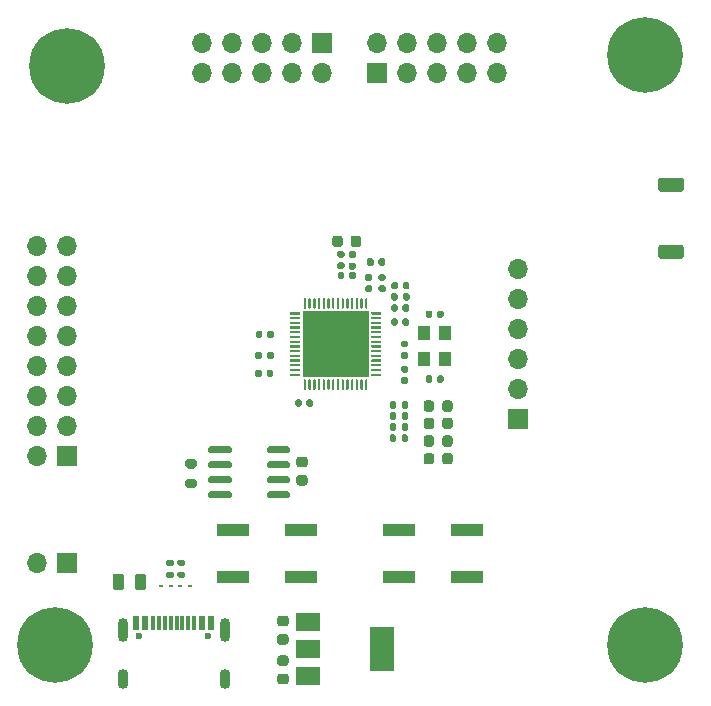
<source format=gbr>
%TF.GenerationSoftware,KiCad,Pcbnew,5.1.12-5.1.12*%
%TF.CreationDate,2022-01-03T06:20:25+08:00*%
%TF.ProjectId,esp32s2-openffb,65737033-3273-4322-9d6f-70656e666662,rev?*%
%TF.SameCoordinates,Original*%
%TF.FileFunction,Soldermask,Top*%
%TF.FilePolarity,Negative*%
%FSLAX46Y46*%
G04 Gerber Fmt 4.6, Leading zero omitted, Abs format (unit mm)*
G04 Created by KiCad (PCBNEW 5.1.12-5.1.12) date 2022-01-03 06:20:25*
%MOMM*%
%LPD*%
G01*
G04 APERTURE LIST*
%ADD10R,2.750000X1.000000*%
%ADD11O,1.700000X1.700000*%
%ADD12R,1.700000X1.700000*%
%ADD13C,0.800000*%
%ADD14C,6.400000*%
%ADD15O,0.900000X2.000000*%
%ADD16O,0.900000X1.700000*%
%ADD17R,0.300000X1.160000*%
%ADD18C,0.600000*%
%ADD19R,0.600000X1.160000*%
%ADD20R,1.000000X1.300000*%
%ADD21R,5.600000X5.600000*%
%ADD22R,2.000000X1.500000*%
%ADD23R,2.000000X3.800000*%
%ADD24R,0.360000X0.250000*%
G04 APERTURE END LIST*
%TO.C,F1*%
G36*
G01*
X11778400Y9906950D02*
X11778400Y10819450D01*
G75*
G02*
X12022150Y11063200I243750J0D01*
G01*
X12509650Y11063200D01*
G75*
G02*
X12753400Y10819450I0J-243750D01*
G01*
X12753400Y9906950D01*
G75*
G02*
X12509650Y9663200I-243750J0D01*
G01*
X12022150Y9663200D01*
G75*
G02*
X11778400Y9906950I0J243750D01*
G01*
G37*
G36*
G01*
X9903400Y9906950D02*
X9903400Y10819450D01*
G75*
G02*
X10147150Y11063200I243750J0D01*
G01*
X10634650Y11063200D01*
G75*
G02*
X10878400Y10819450I0J-243750D01*
G01*
X10878400Y9906950D01*
G75*
G02*
X10634650Y9663200I-243750J0D01*
G01*
X10147150Y9663200D01*
G75*
G02*
X9903400Y9906950I0J243750D01*
G01*
G37*
%TD*%
D10*
%TO.C,SW2*%
X39877640Y10791440D03*
X34117640Y10791440D03*
X34117640Y14791440D03*
X39877640Y14791440D03*
%TD*%
%TO.C,SW1*%
X25880000Y10791440D03*
X20120000Y10791440D03*
X20120000Y14791440D03*
X25880000Y14791440D03*
%TD*%
%TO.C,R9*%
G36*
G01*
X33886600Y22714800D02*
X33886600Y22344800D01*
G75*
G02*
X33751600Y22209800I-135000J0D01*
G01*
X33481600Y22209800D01*
G75*
G02*
X33346600Y22344800I0J135000D01*
G01*
X33346600Y22714800D01*
G75*
G02*
X33481600Y22849800I135000J0D01*
G01*
X33751600Y22849800D01*
G75*
G02*
X33886600Y22714800I0J-135000D01*
G01*
G37*
G36*
G01*
X34906600Y22714800D02*
X34906600Y22344800D01*
G75*
G02*
X34771600Y22209800I-135000J0D01*
G01*
X34501600Y22209800D01*
G75*
G02*
X34366600Y22344800I0J135000D01*
G01*
X34366600Y22714800D01*
G75*
G02*
X34501600Y22849800I135000J0D01*
G01*
X34771600Y22849800D01*
G75*
G02*
X34906600Y22714800I0J-135000D01*
G01*
G37*
%TD*%
%TO.C,R8*%
G36*
G01*
X33897600Y23654600D02*
X33897600Y23284600D01*
G75*
G02*
X33762600Y23149600I-135000J0D01*
G01*
X33492600Y23149600D01*
G75*
G02*
X33357600Y23284600I0J135000D01*
G01*
X33357600Y23654600D01*
G75*
G02*
X33492600Y23789600I135000J0D01*
G01*
X33762600Y23789600D01*
G75*
G02*
X33897600Y23654600I0J-135000D01*
G01*
G37*
G36*
G01*
X34917600Y23654600D02*
X34917600Y23284600D01*
G75*
G02*
X34782600Y23149600I-135000J0D01*
G01*
X34512600Y23149600D01*
G75*
G02*
X34377600Y23284600I0J135000D01*
G01*
X34377600Y23654600D01*
G75*
G02*
X34512600Y23789600I135000J0D01*
G01*
X34782600Y23789600D01*
G75*
G02*
X34917600Y23654600I0J-135000D01*
G01*
G37*
%TD*%
%TO.C,R7*%
G36*
G01*
X33897600Y24594400D02*
X33897600Y24224400D01*
G75*
G02*
X33762600Y24089400I-135000J0D01*
G01*
X33492600Y24089400D01*
G75*
G02*
X33357600Y24224400I0J135000D01*
G01*
X33357600Y24594400D01*
G75*
G02*
X33492600Y24729400I135000J0D01*
G01*
X33762600Y24729400D01*
G75*
G02*
X33897600Y24594400I0J-135000D01*
G01*
G37*
G36*
G01*
X34917600Y24594400D02*
X34917600Y24224400D01*
G75*
G02*
X34782600Y24089400I-135000J0D01*
G01*
X34512600Y24089400D01*
G75*
G02*
X34377600Y24224400I0J135000D01*
G01*
X34377600Y24594400D01*
G75*
G02*
X34512600Y24729400I135000J0D01*
G01*
X34782600Y24729400D01*
G75*
G02*
X34917600Y24594400I0J-135000D01*
G01*
G37*
%TD*%
%TO.C,R6*%
G36*
G01*
X33897600Y25534200D02*
X33897600Y25164200D01*
G75*
G02*
X33762600Y25029200I-135000J0D01*
G01*
X33492600Y25029200D01*
G75*
G02*
X33357600Y25164200I0J135000D01*
G01*
X33357600Y25534200D01*
G75*
G02*
X33492600Y25669200I135000J0D01*
G01*
X33762600Y25669200D01*
G75*
G02*
X33897600Y25534200I0J-135000D01*
G01*
G37*
G36*
G01*
X34917600Y25534200D02*
X34917600Y25164200D01*
G75*
G02*
X34782600Y25029200I-135000J0D01*
G01*
X34512600Y25029200D01*
G75*
G02*
X34377600Y25164200I0J135000D01*
G01*
X34377600Y25534200D01*
G75*
G02*
X34512600Y25669200I135000J0D01*
G01*
X34782600Y25669200D01*
G75*
G02*
X34917600Y25534200I0J-135000D01*
G01*
G37*
%TD*%
D11*
%TO.C,J5*%
X42452600Y56000000D03*
X42452600Y53460000D03*
X39912600Y56000000D03*
X39912600Y53460000D03*
X37372600Y56000000D03*
X37372600Y53460000D03*
X34832600Y56000000D03*
X34832600Y53460000D03*
X32292600Y56000000D03*
D12*
X32292600Y53460000D03*
%TD*%
D13*
%TO.C,H4*%
X6697056Y6697056D03*
X5000000Y7400000D03*
X3302944Y6697056D03*
X2600000Y5000000D03*
X3302944Y3302944D03*
X5000000Y2600000D03*
X6697056Y3302944D03*
X7400000Y5000000D03*
D14*
X5000000Y5000000D03*
%TD*%
D13*
%TO.C,H3*%
X56697056Y56697056D03*
X55000000Y57400000D03*
X53302944Y56697056D03*
X52600000Y55000000D03*
X53302944Y53302944D03*
X55000000Y52600000D03*
X56697056Y53302944D03*
X57400000Y55000000D03*
D14*
X55000000Y55000000D03*
%TD*%
D13*
%TO.C,H2*%
X56697056Y6697056D03*
X55000000Y7400000D03*
X53302944Y6697056D03*
X52600000Y5000000D03*
X53302944Y3302944D03*
X55000000Y2600000D03*
X56697056Y3302944D03*
X57400000Y5000000D03*
D14*
X55000000Y5000000D03*
%TD*%
D13*
%TO.C,H1*%
X7697056Y55697056D03*
X6000000Y56400000D03*
X4302944Y55697056D03*
X3600000Y54000000D03*
X4302944Y52302944D03*
X6000000Y51600000D03*
X7697056Y52302944D03*
X8400000Y54000000D03*
D14*
X6000000Y54000000D03*
%TD*%
%TO.C,C15*%
G36*
G01*
X29065400Y37417400D02*
X29405400Y37417400D01*
G75*
G02*
X29545400Y37277400I0J-140000D01*
G01*
X29545400Y36997400D01*
G75*
G02*
X29405400Y36857400I-140000J0D01*
G01*
X29065400Y36857400D01*
G75*
G02*
X28925400Y36997400I0J140000D01*
G01*
X28925400Y37277400D01*
G75*
G02*
X29065400Y37417400I140000J0D01*
G01*
G37*
G36*
G01*
X29065400Y38377400D02*
X29405400Y38377400D01*
G75*
G02*
X29545400Y38237400I0J-140000D01*
G01*
X29545400Y37957400D01*
G75*
G02*
X29405400Y37817400I-140000J0D01*
G01*
X29065400Y37817400D01*
G75*
G02*
X28925400Y37957400I0J140000D01*
G01*
X28925400Y38237400D01*
G75*
G02*
X29065400Y38377400I140000J0D01*
G01*
G37*
%TD*%
D11*
%TO.C,J6*%
X17440000Y53460000D03*
X17440000Y56000000D03*
X19980000Y53460000D03*
X19980000Y56000000D03*
X22520000Y53460000D03*
X22520000Y56000000D03*
X25060000Y53460000D03*
X25060000Y56000000D03*
X27600000Y53460000D03*
D12*
X27600000Y56000000D03*
%TD*%
D11*
%TO.C,J4*%
X3460000Y38780000D03*
X6000000Y38780000D03*
X3460000Y36240000D03*
X6000000Y36240000D03*
X3460000Y33700000D03*
X6000000Y33700000D03*
X3460000Y31160000D03*
X6000000Y31160000D03*
X3460000Y28620000D03*
X6000000Y28620000D03*
X3460000Y26080000D03*
X6000000Y26080000D03*
X3460000Y23540000D03*
X6000000Y23540000D03*
X3460000Y21000000D03*
D12*
X6000000Y21000000D03*
%TD*%
D11*
%TO.C,J2*%
X44221400Y36855400D03*
X44221400Y34315400D03*
X44221400Y31775400D03*
X44221400Y29235400D03*
X44221400Y26695400D03*
D12*
X44221400Y24155400D03*
%TD*%
%TO.C,R3*%
G36*
G01*
X16260400Y20757600D02*
X16810400Y20757600D01*
G75*
G02*
X17010400Y20557600I0J-200000D01*
G01*
X17010400Y20157600D01*
G75*
G02*
X16810400Y19957600I-200000J0D01*
G01*
X16260400Y19957600D01*
G75*
G02*
X16060400Y20157600I0J200000D01*
G01*
X16060400Y20557600D01*
G75*
G02*
X16260400Y20757600I200000J0D01*
G01*
G37*
G36*
G01*
X16260400Y19107600D02*
X16810400Y19107600D01*
G75*
G02*
X17010400Y18907600I0J-200000D01*
G01*
X17010400Y18507600D01*
G75*
G02*
X16810400Y18307600I-200000J0D01*
G01*
X16260400Y18307600D01*
G75*
G02*
X16060400Y18507600I0J200000D01*
G01*
X16060400Y18907600D01*
G75*
G02*
X16260400Y19107600I200000J0D01*
G01*
G37*
%TD*%
D15*
%TO.C,J1*%
X10744800Y6298800D03*
X19384800Y6298800D03*
D16*
X10744800Y2128800D03*
X19384800Y2128800D03*
D17*
X14314800Y6878800D03*
X14814800Y6878800D03*
X15314800Y6878800D03*
X13314800Y6878800D03*
X13814800Y6878800D03*
X16314800Y6878800D03*
X15814800Y6878800D03*
X16814800Y6878800D03*
D18*
X17954800Y5818800D03*
X12174800Y5818800D03*
D19*
X12664800Y6878800D03*
X12664800Y6878800D03*
X11864800Y6878800D03*
X11864800Y6878800D03*
X17464800Y6878800D03*
X18264800Y6878800D03*
X17464800Y6878800D03*
X18264800Y6878800D03*
%TD*%
%TO.C,L2*%
G36*
G01*
X30028100Y37402000D02*
X30373100Y37402000D01*
G75*
G02*
X30520600Y37254500I0J-147500D01*
G01*
X30520600Y36959500D01*
G75*
G02*
X30373100Y36812000I-147500J0D01*
G01*
X30028100Y36812000D01*
G75*
G02*
X29880600Y36959500I0J147500D01*
G01*
X29880600Y37254500D01*
G75*
G02*
X30028100Y37402000I147500J0D01*
G01*
G37*
G36*
G01*
X30028100Y38372000D02*
X30373100Y38372000D01*
G75*
G02*
X30520600Y38224500I0J-147500D01*
G01*
X30520600Y37929500D01*
G75*
G02*
X30373100Y37782000I-147500J0D01*
G01*
X30028100Y37782000D01*
G75*
G02*
X29880600Y37929500I0J147500D01*
G01*
X29880600Y38224500D01*
G75*
G02*
X30028100Y38372000I147500J0D01*
G01*
G37*
%TD*%
D11*
%TO.C,J3*%
X3460000Y12000000D03*
D12*
X6000000Y12000000D03*
%TD*%
%TO.C,U3*%
G36*
G01*
X24918999Y17883001D02*
X24918999Y17583001D01*
G75*
G02*
X24768999Y17433001I-150000J0D01*
G01*
X23118999Y17433001D01*
G75*
G02*
X22968999Y17583001I0J150000D01*
G01*
X22968999Y17883001D01*
G75*
G02*
X23118999Y18033001I150000J0D01*
G01*
X24768999Y18033001D01*
G75*
G02*
X24918999Y17883001I0J-150000D01*
G01*
G37*
G36*
G01*
X24918999Y19153001D02*
X24918999Y18853001D01*
G75*
G02*
X24768999Y18703001I-150000J0D01*
G01*
X23118999Y18703001D01*
G75*
G02*
X22968999Y18853001I0J150000D01*
G01*
X22968999Y19153001D01*
G75*
G02*
X23118999Y19303001I150000J0D01*
G01*
X24768999Y19303001D01*
G75*
G02*
X24918999Y19153001I0J-150000D01*
G01*
G37*
G36*
G01*
X24918999Y20423001D02*
X24918999Y20123001D01*
G75*
G02*
X24768999Y19973001I-150000J0D01*
G01*
X23118999Y19973001D01*
G75*
G02*
X22968999Y20123001I0J150000D01*
G01*
X22968999Y20423001D01*
G75*
G02*
X23118999Y20573001I150000J0D01*
G01*
X24768999Y20573001D01*
G75*
G02*
X24918999Y20423001I0J-150000D01*
G01*
G37*
G36*
G01*
X24918999Y21693001D02*
X24918999Y21393001D01*
G75*
G02*
X24768999Y21243001I-150000J0D01*
G01*
X23118999Y21243001D01*
G75*
G02*
X22968999Y21393001I0J150000D01*
G01*
X22968999Y21693001D01*
G75*
G02*
X23118999Y21843001I150000J0D01*
G01*
X24768999Y21843001D01*
G75*
G02*
X24918999Y21693001I0J-150000D01*
G01*
G37*
G36*
G01*
X19968999Y21693001D02*
X19968999Y21393001D01*
G75*
G02*
X19818999Y21243001I-150000J0D01*
G01*
X18168999Y21243001D01*
G75*
G02*
X18018999Y21393001I0J150000D01*
G01*
X18018999Y21693001D01*
G75*
G02*
X18168999Y21843001I150000J0D01*
G01*
X19818999Y21843001D01*
G75*
G02*
X19968999Y21693001I0J-150000D01*
G01*
G37*
G36*
G01*
X19968999Y20423001D02*
X19968999Y20123001D01*
G75*
G02*
X19818999Y19973001I-150000J0D01*
G01*
X18168999Y19973001D01*
G75*
G02*
X18018999Y20123001I0J150000D01*
G01*
X18018999Y20423001D01*
G75*
G02*
X18168999Y20573001I150000J0D01*
G01*
X19818999Y20573001D01*
G75*
G02*
X19968999Y20423001I0J-150000D01*
G01*
G37*
G36*
G01*
X19968999Y19153001D02*
X19968999Y18853001D01*
G75*
G02*
X19818999Y18703001I-150000J0D01*
G01*
X18168999Y18703001D01*
G75*
G02*
X18018999Y18853001I0J150000D01*
G01*
X18018999Y19153001D01*
G75*
G02*
X18168999Y19303001I150000J0D01*
G01*
X19818999Y19303001D01*
G75*
G02*
X19968999Y19153001I0J-150000D01*
G01*
G37*
G36*
G01*
X19968999Y17883001D02*
X19968999Y17583001D01*
G75*
G02*
X19818999Y17433001I-150000J0D01*
G01*
X18168999Y17433001D01*
G75*
G02*
X18018999Y17583001I0J150000D01*
G01*
X18018999Y17883001D01*
G75*
G02*
X18168999Y18033001I150000J0D01*
G01*
X19818999Y18033001D01*
G75*
G02*
X19968999Y17883001I0J-150000D01*
G01*
G37*
%TD*%
%TO.C,C18*%
G36*
G01*
X26183400Y18507400D02*
X25683400Y18507400D01*
G75*
G02*
X25458400Y18732400I0J225000D01*
G01*
X25458400Y19182400D01*
G75*
G02*
X25683400Y19407400I225000J0D01*
G01*
X26183400Y19407400D01*
G75*
G02*
X26408400Y19182400I0J-225000D01*
G01*
X26408400Y18732400D01*
G75*
G02*
X26183400Y18507400I-225000J0D01*
G01*
G37*
G36*
G01*
X26183400Y20057400D02*
X25683400Y20057400D01*
G75*
G02*
X25458400Y20282400I0J225000D01*
G01*
X25458400Y20732400D01*
G75*
G02*
X25683400Y20957400I225000J0D01*
G01*
X26183400Y20957400D01*
G75*
G02*
X26408400Y20732400I0J-225000D01*
G01*
X26408400Y20282400D01*
G75*
G02*
X26183400Y20057400I-225000J0D01*
G01*
G37*
%TD*%
%TO.C,C17*%
G36*
G01*
X36963000Y27702600D02*
X36963000Y27362600D01*
G75*
G02*
X36823000Y27222600I-140000J0D01*
G01*
X36543000Y27222600D01*
G75*
G02*
X36403000Y27362600I0J140000D01*
G01*
X36403000Y27702600D01*
G75*
G02*
X36543000Y27842600I140000J0D01*
G01*
X36823000Y27842600D01*
G75*
G02*
X36963000Y27702600I0J-140000D01*
G01*
G37*
G36*
G01*
X37923000Y27702600D02*
X37923000Y27362600D01*
G75*
G02*
X37783000Y27222600I-140000J0D01*
G01*
X37503000Y27222600D01*
G75*
G02*
X37363000Y27362600I0J140000D01*
G01*
X37363000Y27702600D01*
G75*
G02*
X37503000Y27842600I140000J0D01*
G01*
X37783000Y27842600D01*
G75*
G02*
X37923000Y27702600I0J-140000D01*
G01*
G37*
%TD*%
%TO.C,C16*%
G36*
G01*
X37363000Y32858600D02*
X37363000Y33198600D01*
G75*
G02*
X37503000Y33338600I140000J0D01*
G01*
X37783000Y33338600D01*
G75*
G02*
X37923000Y33198600I0J-140000D01*
G01*
X37923000Y32858600D01*
G75*
G02*
X37783000Y32718600I-140000J0D01*
G01*
X37503000Y32718600D01*
G75*
G02*
X37363000Y32858600I0J140000D01*
G01*
G37*
G36*
G01*
X36403000Y32858600D02*
X36403000Y33198600D01*
G75*
G02*
X36543000Y33338600I140000J0D01*
G01*
X36823000Y33338600D01*
G75*
G02*
X36963000Y33198600I0J-140000D01*
G01*
X36963000Y32858600D01*
G75*
G02*
X36823000Y32718600I-140000J0D01*
G01*
X36543000Y32718600D01*
G75*
G02*
X36403000Y32858600I0J140000D01*
G01*
G37*
%TD*%
%TO.C,D12*%
G36*
G01*
X37115000Y25503850D02*
X37115000Y24991350D01*
G75*
G02*
X36896250Y24772600I-218750J0D01*
G01*
X36458750Y24772600D01*
G75*
G02*
X36240000Y24991350I0J218750D01*
G01*
X36240000Y25503850D01*
G75*
G02*
X36458750Y25722600I218750J0D01*
G01*
X36896250Y25722600D01*
G75*
G02*
X37115000Y25503850I0J-218750D01*
G01*
G37*
G36*
G01*
X38690000Y25503850D02*
X38690000Y24991350D01*
G75*
G02*
X38471250Y24772600I-218750J0D01*
G01*
X38033750Y24772600D01*
G75*
G02*
X37815000Y24991350I0J218750D01*
G01*
X37815000Y25503850D01*
G75*
G02*
X38033750Y25722600I218750J0D01*
G01*
X38471250Y25722600D01*
G75*
G02*
X38690000Y25503850I0J-218750D01*
G01*
G37*
%TD*%
%TO.C,D11*%
G36*
G01*
X37115000Y21040650D02*
X37115000Y20528150D01*
G75*
G02*
X36896250Y20309400I-218750J0D01*
G01*
X36458750Y20309400D01*
G75*
G02*
X36240000Y20528150I0J218750D01*
G01*
X36240000Y21040650D01*
G75*
G02*
X36458750Y21259400I218750J0D01*
G01*
X36896250Y21259400D01*
G75*
G02*
X37115000Y21040650I0J-218750D01*
G01*
G37*
G36*
G01*
X38690000Y21040650D02*
X38690000Y20528150D01*
G75*
G02*
X38471250Y20309400I-218750J0D01*
G01*
X38033750Y20309400D01*
G75*
G02*
X37815000Y20528150I0J218750D01*
G01*
X37815000Y21040650D01*
G75*
G02*
X38033750Y21259400I218750J0D01*
G01*
X38471250Y21259400D01*
G75*
G02*
X38690000Y21040650I0J-218750D01*
G01*
G37*
%TD*%
%TO.C,D10*%
G36*
G01*
X37115000Y22540650D02*
X37115000Y22028150D01*
G75*
G02*
X36896250Y21809400I-218750J0D01*
G01*
X36458750Y21809400D01*
G75*
G02*
X36240000Y22028150I0J218750D01*
G01*
X36240000Y22540650D01*
G75*
G02*
X36458750Y22759400I218750J0D01*
G01*
X36896250Y22759400D01*
G75*
G02*
X37115000Y22540650I0J-218750D01*
G01*
G37*
G36*
G01*
X38690000Y22540650D02*
X38690000Y22028150D01*
G75*
G02*
X38471250Y21809400I-218750J0D01*
G01*
X38033750Y21809400D01*
G75*
G02*
X37815000Y22028150I0J218750D01*
G01*
X37815000Y22540650D01*
G75*
G02*
X38033750Y22759400I218750J0D01*
G01*
X38471250Y22759400D01*
G75*
G02*
X38690000Y22540650I0J-218750D01*
G01*
G37*
%TD*%
%TO.C,D9*%
G36*
G01*
X37115000Y24040650D02*
X37115000Y23528150D01*
G75*
G02*
X36896250Y23309400I-218750J0D01*
G01*
X36458750Y23309400D01*
G75*
G02*
X36240000Y23528150I0J218750D01*
G01*
X36240000Y24040650D01*
G75*
G02*
X36458750Y24259400I218750J0D01*
G01*
X36896250Y24259400D01*
G75*
G02*
X37115000Y24040650I0J-218750D01*
G01*
G37*
G36*
G01*
X38690000Y24040650D02*
X38690000Y23528150D01*
G75*
G02*
X38471250Y23309400I-218750J0D01*
G01*
X38033750Y23309400D01*
G75*
G02*
X37815000Y23528150I0J218750D01*
G01*
X37815000Y24040650D01*
G75*
G02*
X38033750Y24259400I218750J0D01*
G01*
X38471250Y24259400D01*
G75*
G02*
X38690000Y24040650I0J-218750D01*
G01*
G37*
%TD*%
%TO.C,AE1*%
G36*
G01*
X56325399Y38898000D02*
X58025401Y38898000D01*
G75*
G02*
X58275400Y38648001I0J-249999D01*
G01*
X58275400Y37947999D01*
G75*
G02*
X58025401Y37698000I-249999J0D01*
G01*
X56325399Y37698000D01*
G75*
G02*
X56075400Y37947999I0J249999D01*
G01*
X56075400Y38648001D01*
G75*
G02*
X56325399Y38898000I249999J0D01*
G01*
G37*
G36*
G01*
X56325399Y44598000D02*
X58025401Y44598000D01*
G75*
G02*
X58275400Y44348001I0J-249999D01*
G01*
X58275400Y43647999D01*
G75*
G02*
X58025401Y43398000I-249999J0D01*
G01*
X56325399Y43398000D01*
G75*
G02*
X56075400Y43647999I0J249999D01*
G01*
X56075400Y44348001D01*
G75*
G02*
X56325399Y44598000I249999J0D01*
G01*
G37*
%TD*%
D20*
%TO.C,Y1*%
X36263000Y29274600D03*
X36263000Y31474600D03*
X38063000Y31474600D03*
X38063000Y29274600D03*
%TD*%
%TO.C,U2*%
G36*
G01*
X31331000Y34374599D02*
X31431000Y34374599D01*
G75*
G02*
X31481000Y34324599I0J-50000D01*
G01*
X31481000Y33549599D01*
G75*
G02*
X31431000Y33499599I-50000J0D01*
G01*
X31331000Y33499599D01*
G75*
G02*
X31281000Y33549599I0J50000D01*
G01*
X31281000Y34324599D01*
G75*
G02*
X31331000Y34374599I50000J0D01*
G01*
G37*
G36*
G01*
X30931000Y34374599D02*
X31031000Y34374599D01*
G75*
G02*
X31081000Y34324599I0J-50000D01*
G01*
X31081000Y33549599D01*
G75*
G02*
X31031000Y33499599I-50000J0D01*
G01*
X30931000Y33499599D01*
G75*
G02*
X30881000Y33549599I0J50000D01*
G01*
X30881000Y34324599D01*
G75*
G02*
X30931000Y34374599I50000J0D01*
G01*
G37*
G36*
G01*
X30531000Y34374599D02*
X30631000Y34374599D01*
G75*
G02*
X30681000Y34324599I0J-50000D01*
G01*
X30681000Y33549599D01*
G75*
G02*
X30631000Y33499599I-50000J0D01*
G01*
X30531000Y33499599D01*
G75*
G02*
X30481000Y33549599I0J50000D01*
G01*
X30481000Y34324599D01*
G75*
G02*
X30531000Y34374599I50000J0D01*
G01*
G37*
G36*
G01*
X30131000Y34374599D02*
X30231000Y34374599D01*
G75*
G02*
X30281000Y34324599I0J-50000D01*
G01*
X30281000Y33549599D01*
G75*
G02*
X30231000Y33499599I-50000J0D01*
G01*
X30131000Y33499599D01*
G75*
G02*
X30081000Y33549599I0J50000D01*
G01*
X30081000Y34324599D01*
G75*
G02*
X30131000Y34374599I50000J0D01*
G01*
G37*
G36*
G01*
X29731000Y34374599D02*
X29831000Y34374599D01*
G75*
G02*
X29881000Y34324599I0J-50000D01*
G01*
X29881000Y33549599D01*
G75*
G02*
X29831000Y33499599I-50000J0D01*
G01*
X29731000Y33499599D01*
G75*
G02*
X29681000Y33549599I0J50000D01*
G01*
X29681000Y34324599D01*
G75*
G02*
X29731000Y34374599I50000J0D01*
G01*
G37*
G36*
G01*
X29331000Y34374599D02*
X29431000Y34374599D01*
G75*
G02*
X29481000Y34324599I0J-50000D01*
G01*
X29481000Y33549599D01*
G75*
G02*
X29431000Y33499599I-50000J0D01*
G01*
X29331000Y33499599D01*
G75*
G02*
X29281000Y33549599I0J50000D01*
G01*
X29281000Y34324599D01*
G75*
G02*
X29331000Y34374599I50000J0D01*
G01*
G37*
G36*
G01*
X28931000Y34374599D02*
X29031000Y34374599D01*
G75*
G02*
X29081000Y34324599I0J-50000D01*
G01*
X29081000Y33549599D01*
G75*
G02*
X29031000Y33499599I-50000J0D01*
G01*
X28931000Y33499599D01*
G75*
G02*
X28881000Y33549599I0J50000D01*
G01*
X28881000Y34324599D01*
G75*
G02*
X28931000Y34374599I50000J0D01*
G01*
G37*
G36*
G01*
X28531000Y34374599D02*
X28631000Y34374599D01*
G75*
G02*
X28681000Y34324599I0J-50000D01*
G01*
X28681000Y33549599D01*
G75*
G02*
X28631000Y33499599I-50000J0D01*
G01*
X28531000Y33499599D01*
G75*
G02*
X28481000Y33549599I0J50000D01*
G01*
X28481000Y34324599D01*
G75*
G02*
X28531000Y34374599I50000J0D01*
G01*
G37*
G36*
G01*
X28131000Y34374599D02*
X28231000Y34374599D01*
G75*
G02*
X28281000Y34324599I0J-50000D01*
G01*
X28281000Y33549599D01*
G75*
G02*
X28231000Y33499599I-50000J0D01*
G01*
X28131000Y33499599D01*
G75*
G02*
X28081000Y33549599I0J50000D01*
G01*
X28081000Y34324599D01*
G75*
G02*
X28131000Y34374599I50000J0D01*
G01*
G37*
G36*
G01*
X27731000Y34374599D02*
X27831000Y34374599D01*
G75*
G02*
X27881000Y34324599I0J-50000D01*
G01*
X27881000Y33549599D01*
G75*
G02*
X27831000Y33499599I-50000J0D01*
G01*
X27731000Y33499599D01*
G75*
G02*
X27681000Y33549599I0J50000D01*
G01*
X27681000Y34324599D01*
G75*
G02*
X27731000Y34374599I50000J0D01*
G01*
G37*
G36*
G01*
X27331000Y34374599D02*
X27431000Y34374599D01*
G75*
G02*
X27481000Y34324599I0J-50000D01*
G01*
X27481000Y33549599D01*
G75*
G02*
X27431000Y33499599I-50000J0D01*
G01*
X27331000Y33499599D01*
G75*
G02*
X27281000Y33549599I0J50000D01*
G01*
X27281000Y34324599D01*
G75*
G02*
X27331000Y34374599I50000J0D01*
G01*
G37*
G36*
G01*
X26931000Y34374599D02*
X27031000Y34374599D01*
G75*
G02*
X27081000Y34324599I0J-50000D01*
G01*
X27081000Y33549599D01*
G75*
G02*
X27031000Y33499599I-50000J0D01*
G01*
X26931000Y33499599D01*
G75*
G02*
X26881000Y33549599I0J50000D01*
G01*
X26881000Y34324599D01*
G75*
G02*
X26931000Y34374599I50000J0D01*
G01*
G37*
G36*
G01*
X26531000Y34374599D02*
X26631000Y34374599D01*
G75*
G02*
X26681000Y34324599I0J-50000D01*
G01*
X26681000Y33549599D01*
G75*
G02*
X26631000Y33499599I-50000J0D01*
G01*
X26531000Y33499599D01*
G75*
G02*
X26481000Y33549599I0J50000D01*
G01*
X26481000Y34324599D01*
G75*
G02*
X26531000Y34374599I50000J0D01*
G01*
G37*
G36*
G01*
X26131000Y34374599D02*
X26231000Y34374599D01*
G75*
G02*
X26281000Y34324599I0J-50000D01*
G01*
X26281000Y33549599D01*
G75*
G02*
X26231000Y33499599I-50000J0D01*
G01*
X26131000Y33499599D01*
G75*
G02*
X26081000Y33549599I0J50000D01*
G01*
X26081000Y34324599D01*
G75*
G02*
X26131000Y34374599I50000J0D01*
G01*
G37*
G36*
G01*
X24956000Y33199599D02*
X25731000Y33199599D01*
G75*
G02*
X25781000Y33149599I0J-50000D01*
G01*
X25781000Y33049599D01*
G75*
G02*
X25731000Y32999599I-50000J0D01*
G01*
X24956000Y32999599D01*
G75*
G02*
X24906000Y33049599I0J50000D01*
G01*
X24906000Y33149599D01*
G75*
G02*
X24956000Y33199599I50000J0D01*
G01*
G37*
G36*
G01*
X24956000Y32799599D02*
X25731000Y32799599D01*
G75*
G02*
X25781000Y32749599I0J-50000D01*
G01*
X25781000Y32649599D01*
G75*
G02*
X25731000Y32599599I-50000J0D01*
G01*
X24956000Y32599599D01*
G75*
G02*
X24906000Y32649599I0J50000D01*
G01*
X24906000Y32749599D01*
G75*
G02*
X24956000Y32799599I50000J0D01*
G01*
G37*
G36*
G01*
X24956000Y32399599D02*
X25731000Y32399599D01*
G75*
G02*
X25781000Y32349599I0J-50000D01*
G01*
X25781000Y32249599D01*
G75*
G02*
X25731000Y32199599I-50000J0D01*
G01*
X24956000Y32199599D01*
G75*
G02*
X24906000Y32249599I0J50000D01*
G01*
X24906000Y32349599D01*
G75*
G02*
X24956000Y32399599I50000J0D01*
G01*
G37*
G36*
G01*
X24956000Y31999599D02*
X25731000Y31999599D01*
G75*
G02*
X25781000Y31949599I0J-50000D01*
G01*
X25781000Y31849599D01*
G75*
G02*
X25731000Y31799599I-50000J0D01*
G01*
X24956000Y31799599D01*
G75*
G02*
X24906000Y31849599I0J50000D01*
G01*
X24906000Y31949599D01*
G75*
G02*
X24956000Y31999599I50000J0D01*
G01*
G37*
G36*
G01*
X24956000Y31599599D02*
X25731000Y31599599D01*
G75*
G02*
X25781000Y31549599I0J-50000D01*
G01*
X25781000Y31449599D01*
G75*
G02*
X25731000Y31399599I-50000J0D01*
G01*
X24956000Y31399599D01*
G75*
G02*
X24906000Y31449599I0J50000D01*
G01*
X24906000Y31549599D01*
G75*
G02*
X24956000Y31599599I50000J0D01*
G01*
G37*
G36*
G01*
X24956000Y31199599D02*
X25731000Y31199599D01*
G75*
G02*
X25781000Y31149599I0J-50000D01*
G01*
X25781000Y31049599D01*
G75*
G02*
X25731000Y30999599I-50000J0D01*
G01*
X24956000Y30999599D01*
G75*
G02*
X24906000Y31049599I0J50000D01*
G01*
X24906000Y31149599D01*
G75*
G02*
X24956000Y31199599I50000J0D01*
G01*
G37*
G36*
G01*
X24956000Y30799599D02*
X25731000Y30799599D01*
G75*
G02*
X25781000Y30749599I0J-50000D01*
G01*
X25781000Y30649599D01*
G75*
G02*
X25731000Y30599599I-50000J0D01*
G01*
X24956000Y30599599D01*
G75*
G02*
X24906000Y30649599I0J50000D01*
G01*
X24906000Y30749599D01*
G75*
G02*
X24956000Y30799599I50000J0D01*
G01*
G37*
G36*
G01*
X24956000Y30399599D02*
X25731000Y30399599D01*
G75*
G02*
X25781000Y30349599I0J-50000D01*
G01*
X25781000Y30249599D01*
G75*
G02*
X25731000Y30199599I-50000J0D01*
G01*
X24956000Y30199599D01*
G75*
G02*
X24906000Y30249599I0J50000D01*
G01*
X24906000Y30349599D01*
G75*
G02*
X24956000Y30399599I50000J0D01*
G01*
G37*
G36*
G01*
X24956000Y29999599D02*
X25731000Y29999599D01*
G75*
G02*
X25781000Y29949599I0J-50000D01*
G01*
X25781000Y29849599D01*
G75*
G02*
X25731000Y29799599I-50000J0D01*
G01*
X24956000Y29799599D01*
G75*
G02*
X24906000Y29849599I0J50000D01*
G01*
X24906000Y29949599D01*
G75*
G02*
X24956000Y29999599I50000J0D01*
G01*
G37*
G36*
G01*
X24956000Y29599599D02*
X25731000Y29599599D01*
G75*
G02*
X25781000Y29549599I0J-50000D01*
G01*
X25781000Y29449599D01*
G75*
G02*
X25731000Y29399599I-50000J0D01*
G01*
X24956000Y29399599D01*
G75*
G02*
X24906000Y29449599I0J50000D01*
G01*
X24906000Y29549599D01*
G75*
G02*
X24956000Y29599599I50000J0D01*
G01*
G37*
G36*
G01*
X24956000Y29199599D02*
X25731000Y29199599D01*
G75*
G02*
X25781000Y29149599I0J-50000D01*
G01*
X25781000Y29049599D01*
G75*
G02*
X25731000Y28999599I-50000J0D01*
G01*
X24956000Y28999599D01*
G75*
G02*
X24906000Y29049599I0J50000D01*
G01*
X24906000Y29149599D01*
G75*
G02*
X24956000Y29199599I50000J0D01*
G01*
G37*
G36*
G01*
X24956000Y28799599D02*
X25731000Y28799599D01*
G75*
G02*
X25781000Y28749599I0J-50000D01*
G01*
X25781000Y28649599D01*
G75*
G02*
X25731000Y28599599I-50000J0D01*
G01*
X24956000Y28599599D01*
G75*
G02*
X24906000Y28649599I0J50000D01*
G01*
X24906000Y28749599D01*
G75*
G02*
X24956000Y28799599I50000J0D01*
G01*
G37*
G36*
G01*
X24956000Y28399599D02*
X25731000Y28399599D01*
G75*
G02*
X25781000Y28349599I0J-50000D01*
G01*
X25781000Y28249599D01*
G75*
G02*
X25731000Y28199599I-50000J0D01*
G01*
X24956000Y28199599D01*
G75*
G02*
X24906000Y28249599I0J50000D01*
G01*
X24906000Y28349599D01*
G75*
G02*
X24956000Y28399599I50000J0D01*
G01*
G37*
G36*
G01*
X24956000Y27999599D02*
X25731000Y27999599D01*
G75*
G02*
X25781000Y27949599I0J-50000D01*
G01*
X25781000Y27849599D01*
G75*
G02*
X25731000Y27799599I-50000J0D01*
G01*
X24956000Y27799599D01*
G75*
G02*
X24906000Y27849599I0J50000D01*
G01*
X24906000Y27949599D01*
G75*
G02*
X24956000Y27999599I50000J0D01*
G01*
G37*
G36*
G01*
X26131000Y27499599D02*
X26231000Y27499599D01*
G75*
G02*
X26281000Y27449599I0J-50000D01*
G01*
X26281000Y26674599D01*
G75*
G02*
X26231000Y26624599I-50000J0D01*
G01*
X26131000Y26624599D01*
G75*
G02*
X26081000Y26674599I0J50000D01*
G01*
X26081000Y27449599D01*
G75*
G02*
X26131000Y27499599I50000J0D01*
G01*
G37*
G36*
G01*
X26531000Y27499599D02*
X26631000Y27499599D01*
G75*
G02*
X26681000Y27449599I0J-50000D01*
G01*
X26681000Y26674599D01*
G75*
G02*
X26631000Y26624599I-50000J0D01*
G01*
X26531000Y26624599D01*
G75*
G02*
X26481000Y26674599I0J50000D01*
G01*
X26481000Y27449599D01*
G75*
G02*
X26531000Y27499599I50000J0D01*
G01*
G37*
G36*
G01*
X26931000Y27499599D02*
X27031000Y27499599D01*
G75*
G02*
X27081000Y27449599I0J-50000D01*
G01*
X27081000Y26674599D01*
G75*
G02*
X27031000Y26624599I-50000J0D01*
G01*
X26931000Y26624599D01*
G75*
G02*
X26881000Y26674599I0J50000D01*
G01*
X26881000Y27449599D01*
G75*
G02*
X26931000Y27499599I50000J0D01*
G01*
G37*
G36*
G01*
X27331000Y27499599D02*
X27431000Y27499599D01*
G75*
G02*
X27481000Y27449599I0J-50000D01*
G01*
X27481000Y26674599D01*
G75*
G02*
X27431000Y26624599I-50000J0D01*
G01*
X27331000Y26624599D01*
G75*
G02*
X27281000Y26674599I0J50000D01*
G01*
X27281000Y27449599D01*
G75*
G02*
X27331000Y27499599I50000J0D01*
G01*
G37*
G36*
G01*
X27731000Y27499599D02*
X27831000Y27499599D01*
G75*
G02*
X27881000Y27449599I0J-50000D01*
G01*
X27881000Y26674599D01*
G75*
G02*
X27831000Y26624599I-50000J0D01*
G01*
X27731000Y26624599D01*
G75*
G02*
X27681000Y26674599I0J50000D01*
G01*
X27681000Y27449599D01*
G75*
G02*
X27731000Y27499599I50000J0D01*
G01*
G37*
G36*
G01*
X28131000Y27499599D02*
X28231000Y27499599D01*
G75*
G02*
X28281000Y27449599I0J-50000D01*
G01*
X28281000Y26674599D01*
G75*
G02*
X28231000Y26624599I-50000J0D01*
G01*
X28131000Y26624599D01*
G75*
G02*
X28081000Y26674599I0J50000D01*
G01*
X28081000Y27449599D01*
G75*
G02*
X28131000Y27499599I50000J0D01*
G01*
G37*
G36*
G01*
X28531000Y27499599D02*
X28631000Y27499599D01*
G75*
G02*
X28681000Y27449599I0J-50000D01*
G01*
X28681000Y26674599D01*
G75*
G02*
X28631000Y26624599I-50000J0D01*
G01*
X28531000Y26624599D01*
G75*
G02*
X28481000Y26674599I0J50000D01*
G01*
X28481000Y27449599D01*
G75*
G02*
X28531000Y27499599I50000J0D01*
G01*
G37*
G36*
G01*
X28931000Y27499599D02*
X29031000Y27499599D01*
G75*
G02*
X29081000Y27449599I0J-50000D01*
G01*
X29081000Y26674599D01*
G75*
G02*
X29031000Y26624599I-50000J0D01*
G01*
X28931000Y26624599D01*
G75*
G02*
X28881000Y26674599I0J50000D01*
G01*
X28881000Y27449599D01*
G75*
G02*
X28931000Y27499599I50000J0D01*
G01*
G37*
G36*
G01*
X29331000Y27499599D02*
X29431000Y27499599D01*
G75*
G02*
X29481000Y27449599I0J-50000D01*
G01*
X29481000Y26674599D01*
G75*
G02*
X29431000Y26624599I-50000J0D01*
G01*
X29331000Y26624599D01*
G75*
G02*
X29281000Y26674599I0J50000D01*
G01*
X29281000Y27449599D01*
G75*
G02*
X29331000Y27499599I50000J0D01*
G01*
G37*
G36*
G01*
X29731000Y27499599D02*
X29831000Y27499599D01*
G75*
G02*
X29881000Y27449599I0J-50000D01*
G01*
X29881000Y26674599D01*
G75*
G02*
X29831000Y26624599I-50000J0D01*
G01*
X29731000Y26624599D01*
G75*
G02*
X29681000Y26674599I0J50000D01*
G01*
X29681000Y27449599D01*
G75*
G02*
X29731000Y27499599I50000J0D01*
G01*
G37*
G36*
G01*
X30131000Y27499599D02*
X30231000Y27499599D01*
G75*
G02*
X30281000Y27449599I0J-50000D01*
G01*
X30281000Y26674599D01*
G75*
G02*
X30231000Y26624599I-50000J0D01*
G01*
X30131000Y26624599D01*
G75*
G02*
X30081000Y26674599I0J50000D01*
G01*
X30081000Y27449599D01*
G75*
G02*
X30131000Y27499599I50000J0D01*
G01*
G37*
G36*
G01*
X30531000Y27499599D02*
X30631000Y27499599D01*
G75*
G02*
X30681000Y27449599I0J-50000D01*
G01*
X30681000Y26674599D01*
G75*
G02*
X30631000Y26624599I-50000J0D01*
G01*
X30531000Y26624599D01*
G75*
G02*
X30481000Y26674599I0J50000D01*
G01*
X30481000Y27449599D01*
G75*
G02*
X30531000Y27499599I50000J0D01*
G01*
G37*
G36*
G01*
X30931000Y27499599D02*
X31031000Y27499599D01*
G75*
G02*
X31081000Y27449599I0J-50000D01*
G01*
X31081000Y26674599D01*
G75*
G02*
X31031000Y26624599I-50000J0D01*
G01*
X30931000Y26624599D01*
G75*
G02*
X30881000Y26674599I0J50000D01*
G01*
X30881000Y27449599D01*
G75*
G02*
X30931000Y27499599I50000J0D01*
G01*
G37*
G36*
G01*
X31331000Y27499599D02*
X31431000Y27499599D01*
G75*
G02*
X31481000Y27449599I0J-50000D01*
G01*
X31481000Y26674599D01*
G75*
G02*
X31431000Y26624599I-50000J0D01*
G01*
X31331000Y26624599D01*
G75*
G02*
X31281000Y26674599I0J50000D01*
G01*
X31281000Y27449599D01*
G75*
G02*
X31331000Y27499599I50000J0D01*
G01*
G37*
G36*
G01*
X31831000Y27999599D02*
X32606000Y27999599D01*
G75*
G02*
X32656000Y27949599I0J-50000D01*
G01*
X32656000Y27849599D01*
G75*
G02*
X32606000Y27799599I-50000J0D01*
G01*
X31831000Y27799599D01*
G75*
G02*
X31781000Y27849599I0J50000D01*
G01*
X31781000Y27949599D01*
G75*
G02*
X31831000Y27999599I50000J0D01*
G01*
G37*
G36*
G01*
X31831000Y28399599D02*
X32606000Y28399599D01*
G75*
G02*
X32656000Y28349599I0J-50000D01*
G01*
X32656000Y28249599D01*
G75*
G02*
X32606000Y28199599I-50000J0D01*
G01*
X31831000Y28199599D01*
G75*
G02*
X31781000Y28249599I0J50000D01*
G01*
X31781000Y28349599D01*
G75*
G02*
X31831000Y28399599I50000J0D01*
G01*
G37*
G36*
G01*
X31831000Y28799599D02*
X32606000Y28799599D01*
G75*
G02*
X32656000Y28749599I0J-50000D01*
G01*
X32656000Y28649599D01*
G75*
G02*
X32606000Y28599599I-50000J0D01*
G01*
X31831000Y28599599D01*
G75*
G02*
X31781000Y28649599I0J50000D01*
G01*
X31781000Y28749599D01*
G75*
G02*
X31831000Y28799599I50000J0D01*
G01*
G37*
G36*
G01*
X31831000Y29199599D02*
X32606000Y29199599D01*
G75*
G02*
X32656000Y29149599I0J-50000D01*
G01*
X32656000Y29049599D01*
G75*
G02*
X32606000Y28999599I-50000J0D01*
G01*
X31831000Y28999599D01*
G75*
G02*
X31781000Y29049599I0J50000D01*
G01*
X31781000Y29149599D01*
G75*
G02*
X31831000Y29199599I50000J0D01*
G01*
G37*
G36*
G01*
X31831000Y29599599D02*
X32606000Y29599599D01*
G75*
G02*
X32656000Y29549599I0J-50000D01*
G01*
X32656000Y29449599D01*
G75*
G02*
X32606000Y29399599I-50000J0D01*
G01*
X31831000Y29399599D01*
G75*
G02*
X31781000Y29449599I0J50000D01*
G01*
X31781000Y29549599D01*
G75*
G02*
X31831000Y29599599I50000J0D01*
G01*
G37*
G36*
G01*
X31831000Y29999599D02*
X32606000Y29999599D01*
G75*
G02*
X32656000Y29949599I0J-50000D01*
G01*
X32656000Y29849599D01*
G75*
G02*
X32606000Y29799599I-50000J0D01*
G01*
X31831000Y29799599D01*
G75*
G02*
X31781000Y29849599I0J50000D01*
G01*
X31781000Y29949599D01*
G75*
G02*
X31831000Y29999599I50000J0D01*
G01*
G37*
G36*
G01*
X31831000Y30399599D02*
X32606000Y30399599D01*
G75*
G02*
X32656000Y30349599I0J-50000D01*
G01*
X32656000Y30249599D01*
G75*
G02*
X32606000Y30199599I-50000J0D01*
G01*
X31831000Y30199599D01*
G75*
G02*
X31781000Y30249599I0J50000D01*
G01*
X31781000Y30349599D01*
G75*
G02*
X31831000Y30399599I50000J0D01*
G01*
G37*
G36*
G01*
X31831000Y30799599D02*
X32606000Y30799599D01*
G75*
G02*
X32656000Y30749599I0J-50000D01*
G01*
X32656000Y30649599D01*
G75*
G02*
X32606000Y30599599I-50000J0D01*
G01*
X31831000Y30599599D01*
G75*
G02*
X31781000Y30649599I0J50000D01*
G01*
X31781000Y30749599D01*
G75*
G02*
X31831000Y30799599I50000J0D01*
G01*
G37*
G36*
G01*
X31831000Y31199599D02*
X32606000Y31199599D01*
G75*
G02*
X32656000Y31149599I0J-50000D01*
G01*
X32656000Y31049599D01*
G75*
G02*
X32606000Y30999599I-50000J0D01*
G01*
X31831000Y30999599D01*
G75*
G02*
X31781000Y31049599I0J50000D01*
G01*
X31781000Y31149599D01*
G75*
G02*
X31831000Y31199599I50000J0D01*
G01*
G37*
G36*
G01*
X31831000Y31599599D02*
X32606000Y31599599D01*
G75*
G02*
X32656000Y31549599I0J-50000D01*
G01*
X32656000Y31449599D01*
G75*
G02*
X32606000Y31399599I-50000J0D01*
G01*
X31831000Y31399599D01*
G75*
G02*
X31781000Y31449599I0J50000D01*
G01*
X31781000Y31549599D01*
G75*
G02*
X31831000Y31599599I50000J0D01*
G01*
G37*
G36*
G01*
X31831000Y31999599D02*
X32606000Y31999599D01*
G75*
G02*
X32656000Y31949599I0J-50000D01*
G01*
X32656000Y31849599D01*
G75*
G02*
X32606000Y31799599I-50000J0D01*
G01*
X31831000Y31799599D01*
G75*
G02*
X31781000Y31849599I0J50000D01*
G01*
X31781000Y31949599D01*
G75*
G02*
X31831000Y31999599I50000J0D01*
G01*
G37*
G36*
G01*
X31831000Y32399599D02*
X32606000Y32399599D01*
G75*
G02*
X32656000Y32349599I0J-50000D01*
G01*
X32656000Y32249599D01*
G75*
G02*
X32606000Y32199599I-50000J0D01*
G01*
X31831000Y32199599D01*
G75*
G02*
X31781000Y32249599I0J50000D01*
G01*
X31781000Y32349599D01*
G75*
G02*
X31831000Y32399599I50000J0D01*
G01*
G37*
G36*
G01*
X31831000Y32799599D02*
X32606000Y32799599D01*
G75*
G02*
X32656000Y32749599I0J-50000D01*
G01*
X32656000Y32649599D01*
G75*
G02*
X32606000Y32599599I-50000J0D01*
G01*
X31831000Y32599599D01*
G75*
G02*
X31781000Y32649599I0J50000D01*
G01*
X31781000Y32749599D01*
G75*
G02*
X31831000Y32799599I50000J0D01*
G01*
G37*
G36*
G01*
X31831000Y33199599D02*
X32606000Y33199599D01*
G75*
G02*
X32656000Y33149599I0J-50000D01*
G01*
X32656000Y33049599D01*
G75*
G02*
X32606000Y32999599I-50000J0D01*
G01*
X31831000Y32999599D01*
G75*
G02*
X31781000Y33049599I0J50000D01*
G01*
X31781000Y33149599D01*
G75*
G02*
X31831000Y33199599I50000J0D01*
G01*
G37*
D21*
X28781000Y30499599D03*
%TD*%
D22*
%TO.C,U1*%
X26409000Y6956800D03*
X26409000Y2356800D03*
X26409000Y4656800D03*
D23*
X32709000Y4656800D03*
%TD*%
%TO.C,R5*%
G36*
G01*
X23000620Y29347580D02*
X23000620Y29717580D01*
G75*
G02*
X23135620Y29852580I135000J0D01*
G01*
X23405620Y29852580D01*
G75*
G02*
X23540620Y29717580I0J-135000D01*
G01*
X23540620Y29347580D01*
G75*
G02*
X23405620Y29212580I-135000J0D01*
G01*
X23135620Y29212580D01*
G75*
G02*
X23000620Y29347580I0J135000D01*
G01*
G37*
G36*
G01*
X21980620Y29347580D02*
X21980620Y29717580D01*
G75*
G02*
X22115620Y29852580I135000J0D01*
G01*
X22385620Y29852580D01*
G75*
G02*
X22520620Y29717580I0J-135000D01*
G01*
X22520620Y29347580D01*
G75*
G02*
X22385620Y29212580I-135000J0D01*
G01*
X22115620Y29212580D01*
G75*
G02*
X21980620Y29347580I0J135000D01*
G01*
G37*
%TD*%
%TO.C,R4*%
G36*
G01*
X34024600Y34685820D02*
X34024600Y34315820D01*
G75*
G02*
X33889600Y34180820I-135000J0D01*
G01*
X33619600Y34180820D01*
G75*
G02*
X33484600Y34315820I0J135000D01*
G01*
X33484600Y34685820D01*
G75*
G02*
X33619600Y34820820I135000J0D01*
G01*
X33889600Y34820820D01*
G75*
G02*
X34024600Y34685820I0J-135000D01*
G01*
G37*
G36*
G01*
X35044600Y34685820D02*
X35044600Y34315820D01*
G75*
G02*
X34909600Y34180820I-135000J0D01*
G01*
X34639600Y34180820D01*
G75*
G02*
X34504600Y34315820I0J135000D01*
G01*
X34504600Y34685820D01*
G75*
G02*
X34639600Y34820820I135000J0D01*
G01*
X34909600Y34820820D01*
G75*
G02*
X35044600Y34685820I0J-135000D01*
G01*
G37*
%TD*%
%TO.C,R2*%
G36*
G01*
X15525200Y11237000D02*
X15895200Y11237000D01*
G75*
G02*
X16030200Y11102000I0J-135000D01*
G01*
X16030200Y10832000D01*
G75*
G02*
X15895200Y10697000I-135000J0D01*
G01*
X15525200Y10697000D01*
G75*
G02*
X15390200Y10832000I0J135000D01*
G01*
X15390200Y11102000D01*
G75*
G02*
X15525200Y11237000I135000J0D01*
G01*
G37*
G36*
G01*
X15525200Y12257000D02*
X15895200Y12257000D01*
G75*
G02*
X16030200Y12122000I0J-135000D01*
G01*
X16030200Y11852000D01*
G75*
G02*
X15895200Y11717000I-135000J0D01*
G01*
X15525200Y11717000D01*
G75*
G02*
X15390200Y11852000I0J135000D01*
G01*
X15390200Y12122000D01*
G75*
G02*
X15525200Y12257000I135000J0D01*
G01*
G37*
%TD*%
%TO.C,R1*%
G36*
G01*
X14572400Y11237000D02*
X14942400Y11237000D01*
G75*
G02*
X15077400Y11102000I0J-135000D01*
G01*
X15077400Y10832000D01*
G75*
G02*
X14942400Y10697000I-135000J0D01*
G01*
X14572400Y10697000D01*
G75*
G02*
X14437400Y10832000I0J135000D01*
G01*
X14437400Y11102000D01*
G75*
G02*
X14572400Y11237000I135000J0D01*
G01*
G37*
G36*
G01*
X14572400Y12257000D02*
X14942400Y12257000D01*
G75*
G02*
X15077400Y12122000I0J-135000D01*
G01*
X15077400Y11852000D01*
G75*
G02*
X14942400Y11717000I-135000J0D01*
G01*
X14572400Y11717000D01*
G75*
G02*
X14437400Y11852000I0J135000D01*
G01*
X14437400Y12122000D01*
G75*
G02*
X14572400Y12257000I135000J0D01*
G01*
G37*
%TD*%
%TO.C,L1*%
G36*
G01*
X32400000Y37266100D02*
X32400000Y37611100D01*
G75*
G02*
X32547500Y37758600I147500J0D01*
G01*
X32842500Y37758600D01*
G75*
G02*
X32990000Y37611100I0J-147500D01*
G01*
X32990000Y37266100D01*
G75*
G02*
X32842500Y37118600I-147500J0D01*
G01*
X32547500Y37118600D01*
G75*
G02*
X32400000Y37266100I0J147500D01*
G01*
G37*
G36*
G01*
X31430000Y37266100D02*
X31430000Y37611100D01*
G75*
G02*
X31577500Y37758600I147500J0D01*
G01*
X31872500Y37758600D01*
G75*
G02*
X32020000Y37611100I0J-147500D01*
G01*
X32020000Y37266100D01*
G75*
G02*
X31872500Y37118600I-147500J0D01*
G01*
X31577500Y37118600D01*
G75*
G02*
X31430000Y37266100I0J147500D01*
G01*
G37*
%TD*%
D24*
%TO.C,D2*%
X16447400Y9982200D03*
X15607400Y9982200D03*
%TD*%
%TO.C,D1*%
X14847200Y9982200D03*
X14007200Y9982200D03*
%TD*%
%TO.C,C14*%
G36*
G01*
X26314000Y25330600D02*
X26314000Y25670600D01*
G75*
G02*
X26454000Y25810600I140000J0D01*
G01*
X26734000Y25810600D01*
G75*
G02*
X26874000Y25670600I0J-140000D01*
G01*
X26874000Y25330600D01*
G75*
G02*
X26734000Y25190600I-140000J0D01*
G01*
X26454000Y25190600D01*
G75*
G02*
X26314000Y25330600I0J140000D01*
G01*
G37*
G36*
G01*
X25354000Y25330600D02*
X25354000Y25670600D01*
G75*
G02*
X25494000Y25810600I140000J0D01*
G01*
X25774000Y25810600D01*
G75*
G02*
X25914000Y25670600I0J-140000D01*
G01*
X25914000Y25330600D01*
G75*
G02*
X25774000Y25190600I-140000J0D01*
G01*
X25494000Y25190600D01*
G75*
G02*
X25354000Y25330600I0J140000D01*
G01*
G37*
%TD*%
%TO.C,C13*%
G36*
G01*
X22940620Y27851280D02*
X22940620Y28191280D01*
G75*
G02*
X23080620Y28331280I140000J0D01*
G01*
X23360620Y28331280D01*
G75*
G02*
X23500620Y28191280I0J-140000D01*
G01*
X23500620Y27851280D01*
G75*
G02*
X23360620Y27711280I-140000J0D01*
G01*
X23080620Y27711280D01*
G75*
G02*
X22940620Y27851280I0J140000D01*
G01*
G37*
G36*
G01*
X21980620Y27851280D02*
X21980620Y28191280D01*
G75*
G02*
X22120620Y28331280I140000J0D01*
G01*
X22400620Y28331280D01*
G75*
G02*
X22540620Y28191280I0J-140000D01*
G01*
X22540620Y27851280D01*
G75*
G02*
X22400620Y27711280I-140000J0D01*
G01*
X22120620Y27711280D01*
G75*
G02*
X21980620Y27851280I0J140000D01*
G01*
G37*
%TD*%
%TO.C,C12*%
G36*
G01*
X34793000Y28088200D02*
X34453000Y28088200D01*
G75*
G02*
X34313000Y28228200I0J140000D01*
G01*
X34313000Y28508200D01*
G75*
G02*
X34453000Y28648200I140000J0D01*
G01*
X34793000Y28648200D01*
G75*
G02*
X34933000Y28508200I0J-140000D01*
G01*
X34933000Y28228200D01*
G75*
G02*
X34793000Y28088200I-140000J0D01*
G01*
G37*
G36*
G01*
X34793000Y27128200D02*
X34453000Y27128200D01*
G75*
G02*
X34313000Y27268200I0J140000D01*
G01*
X34313000Y27548200D01*
G75*
G02*
X34453000Y27688200I140000J0D01*
G01*
X34793000Y27688200D01*
G75*
G02*
X34933000Y27548200I0J-140000D01*
G01*
X34933000Y27268200D01*
G75*
G02*
X34793000Y27128200I-140000J0D01*
G01*
G37*
%TD*%
%TO.C,C11*%
G36*
G01*
X34793000Y30219200D02*
X34453000Y30219200D01*
G75*
G02*
X34313000Y30359200I0J140000D01*
G01*
X34313000Y30639200D01*
G75*
G02*
X34453000Y30779200I140000J0D01*
G01*
X34793000Y30779200D01*
G75*
G02*
X34933000Y30639200I0J-140000D01*
G01*
X34933000Y30359200D01*
G75*
G02*
X34793000Y30219200I-140000J0D01*
G01*
G37*
G36*
G01*
X34793000Y29259200D02*
X34453000Y29259200D01*
G75*
G02*
X34313000Y29399200I0J140000D01*
G01*
X34313000Y29679200D01*
G75*
G02*
X34453000Y29819200I140000J0D01*
G01*
X34793000Y29819200D01*
G75*
G02*
X34933000Y29679200I0J-140000D01*
G01*
X34933000Y29399200D01*
G75*
G02*
X34793000Y29259200I-140000J0D01*
G01*
G37*
%TD*%
%TO.C,C10*%
G36*
G01*
X32548000Y35460600D02*
X32888000Y35460600D01*
G75*
G02*
X33028000Y35320600I0J-140000D01*
G01*
X33028000Y35040600D01*
G75*
G02*
X32888000Y34900600I-140000J0D01*
G01*
X32548000Y34900600D01*
G75*
G02*
X32408000Y35040600I0J140000D01*
G01*
X32408000Y35320600D01*
G75*
G02*
X32548000Y35460600I140000J0D01*
G01*
G37*
G36*
G01*
X32548000Y36420600D02*
X32888000Y36420600D01*
G75*
G02*
X33028000Y36280600I0J-140000D01*
G01*
X33028000Y36000600D01*
G75*
G02*
X32888000Y35860600I-140000J0D01*
G01*
X32548000Y35860600D01*
G75*
G02*
X32408000Y36000600I0J140000D01*
G01*
X32408000Y36280600D01*
G75*
G02*
X32548000Y36420600I140000J0D01*
G01*
G37*
%TD*%
%TO.C,C9*%
G36*
G01*
X22983800Y31148200D02*
X22983800Y31488200D01*
G75*
G02*
X23123800Y31628200I140000J0D01*
G01*
X23403800Y31628200D01*
G75*
G02*
X23543800Y31488200I0J-140000D01*
G01*
X23543800Y31148200D01*
G75*
G02*
X23403800Y31008200I-140000J0D01*
G01*
X23123800Y31008200D01*
G75*
G02*
X22983800Y31148200I0J140000D01*
G01*
G37*
G36*
G01*
X22023800Y31148200D02*
X22023800Y31488200D01*
G75*
G02*
X22163800Y31628200I140000J0D01*
G01*
X22443800Y31628200D01*
G75*
G02*
X22583800Y31488200I0J-140000D01*
G01*
X22583800Y31148200D01*
G75*
G02*
X22443800Y31008200I-140000J0D01*
G01*
X22163800Y31008200D01*
G75*
G02*
X22023800Y31148200I0J140000D01*
G01*
G37*
%TD*%
%TO.C,C8*%
G36*
G01*
X31405000Y35460600D02*
X31745000Y35460600D01*
G75*
G02*
X31885000Y35320600I0J-140000D01*
G01*
X31885000Y35040600D01*
G75*
G02*
X31745000Y34900600I-140000J0D01*
G01*
X31405000Y34900600D01*
G75*
G02*
X31265000Y35040600I0J140000D01*
G01*
X31265000Y35320600D01*
G75*
G02*
X31405000Y35460600I140000J0D01*
G01*
G37*
G36*
G01*
X31405000Y36420600D02*
X31745000Y36420600D01*
G75*
G02*
X31885000Y36280600I0J-140000D01*
G01*
X31885000Y36000600D01*
G75*
G02*
X31745000Y35860600I-140000J0D01*
G01*
X31405000Y35860600D01*
G75*
G02*
X31265000Y36000600I0J140000D01*
G01*
X31265000Y36280600D01*
G75*
G02*
X31405000Y36420600I140000J0D01*
G01*
G37*
%TD*%
%TO.C,C7*%
G36*
G01*
X34442000Y32188600D02*
X34442000Y32528600D01*
G75*
G02*
X34582000Y32668600I140000J0D01*
G01*
X34862000Y32668600D01*
G75*
G02*
X35002000Y32528600I0J-140000D01*
G01*
X35002000Y32188600D01*
G75*
G02*
X34862000Y32048600I-140000J0D01*
G01*
X34582000Y32048600D01*
G75*
G02*
X34442000Y32188600I0J140000D01*
G01*
G37*
G36*
G01*
X33482000Y32188600D02*
X33482000Y32528600D01*
G75*
G02*
X33622000Y32668600I140000J0D01*
G01*
X33902000Y32668600D01*
G75*
G02*
X34042000Y32528600I0J-140000D01*
G01*
X34042000Y32188600D01*
G75*
G02*
X33902000Y32048600I-140000J0D01*
G01*
X33622000Y32048600D01*
G75*
G02*
X33482000Y32188600I0J140000D01*
G01*
G37*
%TD*%
%TO.C,C6*%
G36*
G01*
X34442000Y33390020D02*
X34442000Y33730020D01*
G75*
G02*
X34582000Y33870020I140000J0D01*
G01*
X34862000Y33870020D01*
G75*
G02*
X35002000Y33730020I0J-140000D01*
G01*
X35002000Y33390020D01*
G75*
G02*
X34862000Y33250020I-140000J0D01*
G01*
X34582000Y33250020D01*
G75*
G02*
X34442000Y33390020I0J140000D01*
G01*
G37*
G36*
G01*
X33482000Y33390020D02*
X33482000Y33730020D01*
G75*
G02*
X33622000Y33870020I140000J0D01*
G01*
X33902000Y33870020D01*
G75*
G02*
X34042000Y33730020I0J-140000D01*
G01*
X34042000Y33390020D01*
G75*
G02*
X33902000Y33250020I-140000J0D01*
G01*
X33622000Y33250020D01*
G75*
G02*
X33482000Y33390020I0J140000D01*
G01*
G37*
%TD*%
%TO.C,C5*%
G36*
G01*
X34464600Y35270620D02*
X34464600Y35610620D01*
G75*
G02*
X34604600Y35750620I140000J0D01*
G01*
X34884600Y35750620D01*
G75*
G02*
X35024600Y35610620I0J-140000D01*
G01*
X35024600Y35270620D01*
G75*
G02*
X34884600Y35130620I-140000J0D01*
G01*
X34604600Y35130620D01*
G75*
G02*
X34464600Y35270620I0J140000D01*
G01*
G37*
G36*
G01*
X33504600Y35270620D02*
X33504600Y35610620D01*
G75*
G02*
X33644600Y35750620I140000J0D01*
G01*
X33924600Y35750620D01*
G75*
G02*
X34064600Y35610620I0J-140000D01*
G01*
X34064600Y35270620D01*
G75*
G02*
X33924600Y35130620I-140000J0D01*
G01*
X33644600Y35130620D01*
G75*
G02*
X33504600Y35270620I0J140000D01*
G01*
G37*
%TD*%
%TO.C,C4*%
G36*
G01*
X30043000Y38942200D02*
X30043000Y39442200D01*
G75*
G02*
X30268000Y39667200I225000J0D01*
G01*
X30718000Y39667200D01*
G75*
G02*
X30943000Y39442200I0J-225000D01*
G01*
X30943000Y38942200D01*
G75*
G02*
X30718000Y38717200I-225000J0D01*
G01*
X30268000Y38717200D01*
G75*
G02*
X30043000Y38942200I0J225000D01*
G01*
G37*
G36*
G01*
X28493000Y38942200D02*
X28493000Y39442200D01*
G75*
G02*
X28718000Y39667200I225000J0D01*
G01*
X29168000Y39667200D01*
G75*
G02*
X29393000Y39442200I0J-225000D01*
G01*
X29393000Y38942200D01*
G75*
G02*
X29168000Y38717200I-225000J0D01*
G01*
X28718000Y38717200D01*
G75*
G02*
X28493000Y38942200I0J225000D01*
G01*
G37*
%TD*%
%TO.C,C3*%
G36*
G01*
X29518000Y36466600D02*
X29518000Y36126600D01*
G75*
G02*
X29378000Y35986600I-140000J0D01*
G01*
X29098000Y35986600D01*
G75*
G02*
X28958000Y36126600I0J140000D01*
G01*
X28958000Y36466600D01*
G75*
G02*
X29098000Y36606600I140000J0D01*
G01*
X29378000Y36606600D01*
G75*
G02*
X29518000Y36466600I0J-140000D01*
G01*
G37*
G36*
G01*
X30478000Y36466600D02*
X30478000Y36126600D01*
G75*
G02*
X30338000Y35986600I-140000J0D01*
G01*
X30058000Y35986600D01*
G75*
G02*
X29918000Y36126600I0J140000D01*
G01*
X29918000Y36466600D01*
G75*
G02*
X30058000Y36606600I140000J0D01*
G01*
X30338000Y36606600D01*
G75*
G02*
X30478000Y36466600I0J-140000D01*
G01*
G37*
%TD*%
%TO.C,C2*%
G36*
G01*
X24069000Y5941400D02*
X24569000Y5941400D01*
G75*
G02*
X24794000Y5716400I0J-225000D01*
G01*
X24794000Y5266400D01*
G75*
G02*
X24569000Y5041400I-225000J0D01*
G01*
X24069000Y5041400D01*
G75*
G02*
X23844000Y5266400I0J225000D01*
G01*
X23844000Y5716400D01*
G75*
G02*
X24069000Y5941400I225000J0D01*
G01*
G37*
G36*
G01*
X24069000Y7491400D02*
X24569000Y7491400D01*
G75*
G02*
X24794000Y7266400I0J-225000D01*
G01*
X24794000Y6816400D01*
G75*
G02*
X24569000Y6591400I-225000J0D01*
G01*
X24069000Y6591400D01*
G75*
G02*
X23844000Y6816400I0J225000D01*
G01*
X23844000Y7266400D01*
G75*
G02*
X24069000Y7491400I225000J0D01*
G01*
G37*
%TD*%
%TO.C,C1*%
G36*
G01*
X24069000Y2588600D02*
X24569000Y2588600D01*
G75*
G02*
X24794000Y2363600I0J-225000D01*
G01*
X24794000Y1913600D01*
G75*
G02*
X24569000Y1688600I-225000J0D01*
G01*
X24069000Y1688600D01*
G75*
G02*
X23844000Y1913600I0J225000D01*
G01*
X23844000Y2363600D01*
G75*
G02*
X24069000Y2588600I225000J0D01*
G01*
G37*
G36*
G01*
X24069000Y4138600D02*
X24569000Y4138600D01*
G75*
G02*
X24794000Y3913600I0J-225000D01*
G01*
X24794000Y3463600D01*
G75*
G02*
X24569000Y3238600I-225000J0D01*
G01*
X24069000Y3238600D01*
G75*
G02*
X23844000Y3463600I0J225000D01*
G01*
X23844000Y3913600D01*
G75*
G02*
X24069000Y4138600I225000J0D01*
G01*
G37*
%TD*%
M02*

</source>
